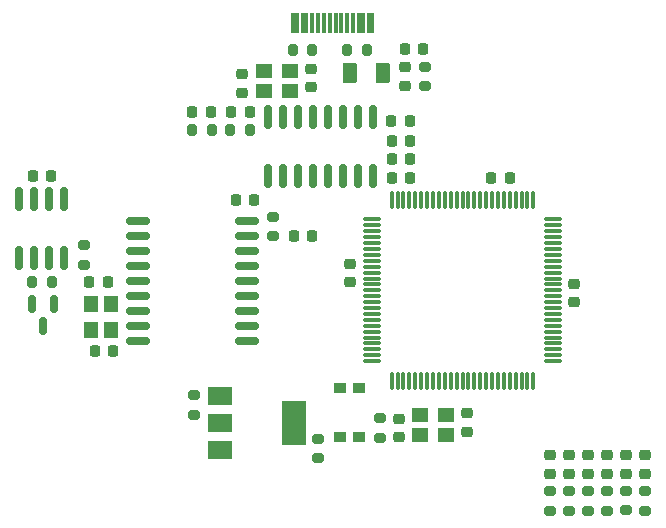
<source format=gbr>
%TF.GenerationSoftware,KiCad,Pcbnew,6.0.4-6f826c9f35~116~ubuntu20.04.1*%
%TF.CreationDate,2022-05-19T11:10:30+03:00*%
%TF.ProjectId,oskar_body_rev1,6f736b61-725f-4626-9f64-795f72657631,rev?*%
%TF.SameCoordinates,Original*%
%TF.FileFunction,Paste,Top*%
%TF.FilePolarity,Positive*%
%FSLAX46Y46*%
G04 Gerber Fmt 4.6, Leading zero omitted, Abs format (unit mm)*
G04 Created by KiCad (PCBNEW 6.0.4-6f826c9f35~116~ubuntu20.04.1) date 2022-05-19 11:10:30*
%MOMM*%
%LPD*%
G01*
G04 APERTURE LIST*
G04 Aperture macros list*
%AMRoundRect*
0 Rectangle with rounded corners*
0 $1 Rounding radius*
0 $2 $3 $4 $5 $6 $7 $8 $9 X,Y pos of 4 corners*
0 Add a 4 corners polygon primitive as box body*
4,1,4,$2,$3,$4,$5,$6,$7,$8,$9,$2,$3,0*
0 Add four circle primitives for the rounded corners*
1,1,$1+$1,$2,$3*
1,1,$1+$1,$4,$5*
1,1,$1+$1,$6,$7*
1,1,$1+$1,$8,$9*
0 Add four rect primitives between the rounded corners*
20,1,$1+$1,$2,$3,$4,$5,0*
20,1,$1+$1,$4,$5,$6,$7,0*
20,1,$1+$1,$6,$7,$8,$9,0*
20,1,$1+$1,$8,$9,$2,$3,0*%
G04 Aperture macros list end*
%ADD10RoundRect,0.225000X-0.225000X-0.250000X0.225000X-0.250000X0.225000X0.250000X-0.225000X0.250000X0*%
%ADD11RoundRect,0.200000X0.275000X-0.200000X0.275000X0.200000X-0.275000X0.200000X-0.275000X-0.200000X0*%
%ADD12R,2.000000X1.500000*%
%ADD13R,2.000000X3.800000*%
%ADD14RoundRect,0.200000X-0.275000X0.200000X-0.275000X-0.200000X0.275000X-0.200000X0.275000X0.200000X0*%
%ADD15RoundRect,0.218750X0.256250X-0.218750X0.256250X0.218750X-0.256250X0.218750X-0.256250X-0.218750X0*%
%ADD16R,1.000000X0.900000*%
%ADD17R,1.400000X1.200000*%
%ADD18RoundRect,0.150000X-0.150000X0.825000X-0.150000X-0.825000X0.150000X-0.825000X0.150000X0.825000X0*%
%ADD19RoundRect,0.200000X0.200000X0.275000X-0.200000X0.275000X-0.200000X-0.275000X0.200000X-0.275000X0*%
%ADD20RoundRect,0.200000X-0.200000X-0.275000X0.200000X-0.275000X0.200000X0.275000X-0.200000X0.275000X0*%
%ADD21RoundRect,0.250000X-0.375000X-0.625000X0.375000X-0.625000X0.375000X0.625000X-0.375000X0.625000X0*%
%ADD22RoundRect,0.218750X-0.218750X-0.256250X0.218750X-0.256250X0.218750X0.256250X-0.218750X0.256250X0*%
%ADD23RoundRect,0.225000X0.250000X-0.225000X0.250000X0.225000X-0.250000X0.225000X-0.250000X-0.225000X0*%
%ADD24R,1.200000X1.400000*%
%ADD25RoundRect,0.150000X-0.875000X-0.150000X0.875000X-0.150000X0.875000X0.150000X-0.875000X0.150000X0*%
%ADD26RoundRect,0.075000X-0.662500X-0.075000X0.662500X-0.075000X0.662500X0.075000X-0.662500X0.075000X0*%
%ADD27RoundRect,0.075000X-0.075000X-0.662500X0.075000X-0.662500X0.075000X0.662500X-0.075000X0.662500X0*%
%ADD28R,0.300000X1.750000*%
%ADD29RoundRect,0.150000X-0.150000X0.587500X-0.150000X-0.587500X0.150000X-0.587500X0.150000X0.587500X0*%
%ADD30RoundRect,0.225000X0.225000X0.250000X-0.225000X0.250000X-0.225000X-0.250000X0.225000X-0.250000X0*%
%ADD31RoundRect,0.225000X-0.250000X0.225000X-0.250000X-0.225000X0.250000X-0.225000X0.250000X0.225000X0*%
G04 APERTURE END LIST*
D10*
%TO.C,C15*%
X120891000Y-42418000D03*
X122441000Y-42418000D03*
%TD*%
%TO.C,C18*%
X119748000Y-50165000D03*
X121298000Y-50165000D03*
%TD*%
%TO.C,C17*%
X119748000Y-51689000D03*
X121298000Y-51689000D03*
%TD*%
%TO.C,C16*%
X119735000Y-48514000D03*
X121285000Y-48514000D03*
%TD*%
D11*
%TO.C,R13*%
X113538000Y-77025000D03*
X113538000Y-75375000D03*
%TD*%
%TO.C,R6*%
X102997000Y-73342000D03*
X102997000Y-71692000D03*
%TD*%
D12*
%TO.C,Q1*%
X105181000Y-71741000D03*
D13*
X111481000Y-74041000D03*
D12*
X105181000Y-74041000D03*
X105181000Y-76341000D03*
%TD*%
D14*
%TO.C,R5*%
X122605800Y-43879000D03*
X122605800Y-45529000D03*
%TD*%
D15*
%TO.C,D10*%
X120904000Y-45491500D03*
X120904000Y-43916500D03*
%TD*%
D16*
%TO.C,SW1*%
X115354200Y-75202000D03*
X115354200Y-71102000D03*
X116954200Y-71102000D03*
X116954200Y-75202000D03*
%TD*%
D17*
%TO.C,Y2*%
X108934600Y-45943003D03*
X111134600Y-45943003D03*
X111134600Y-44243003D03*
X108934600Y-44243003D03*
%TD*%
D18*
%TO.C,U5*%
X118188000Y-48155203D03*
X116918000Y-48155203D03*
X115648000Y-48155203D03*
X114378000Y-48155203D03*
X113108000Y-48155203D03*
X111838000Y-48155203D03*
X110568000Y-48155203D03*
X109298000Y-48155203D03*
X109298000Y-53105203D03*
X110568000Y-53105203D03*
X111838000Y-53105203D03*
X113108000Y-53105203D03*
X114378000Y-53105203D03*
X115648000Y-53105203D03*
X116918000Y-53105203D03*
X118188000Y-53105203D03*
%TD*%
D19*
%TO.C,R18*%
X107759000Y-49276000D03*
X106109000Y-49276000D03*
%TD*%
%TO.C,R17*%
X104520000Y-49276000D03*
X102870000Y-49276000D03*
%TD*%
%TO.C,R16*%
X117666800Y-42475234D03*
X116016800Y-42475234D03*
%TD*%
D20*
%TO.C,R15*%
X113018600Y-42500634D03*
X111368600Y-42500634D03*
%TD*%
D21*
%TO.C,F1*%
X119029200Y-44431034D03*
X116229200Y-44431034D03*
%TD*%
D22*
%TO.C,D9*%
X106172000Y-47752000D03*
X107747000Y-47752000D03*
%TD*%
%TO.C,D8*%
X102882000Y-47752000D03*
X104457000Y-47752000D03*
%TD*%
D23*
%TO.C,C14*%
X107113600Y-46071203D03*
X107113600Y-44521203D03*
%TD*%
%TO.C,C13*%
X112930200Y-45639403D03*
X112930200Y-44089403D03*
%TD*%
D17*
%TO.C,Y3*%
X122163100Y-75081800D03*
X124363100Y-75081800D03*
X124363100Y-73381800D03*
X122163100Y-73381800D03*
%TD*%
D24*
%TO.C,Y1*%
X94312000Y-63962600D03*
X94312000Y-66162600D03*
X96012000Y-66162600D03*
X96012000Y-63962600D03*
%TD*%
D18*
%TO.C,U3*%
X92049600Y-60070000D03*
X90779600Y-60070000D03*
X89509600Y-60070000D03*
X88239600Y-60070000D03*
X88239600Y-55120000D03*
X89509600Y-55120000D03*
X90779600Y-55120000D03*
X92049600Y-55120000D03*
%TD*%
D25*
%TO.C,U2*%
X98245400Y-56934600D03*
X98245400Y-58204600D03*
X98245400Y-59474600D03*
X98245400Y-60744600D03*
X98245400Y-62014600D03*
X98245400Y-63284600D03*
X98245400Y-64554600D03*
X98245400Y-65824600D03*
X98245400Y-67094600D03*
X107545400Y-67094600D03*
X107545400Y-65824600D03*
X107545400Y-64554600D03*
X107545400Y-63284600D03*
X107545400Y-62014600D03*
X107545400Y-60744600D03*
X107545400Y-59474600D03*
X107545400Y-58204600D03*
X107545400Y-56934600D03*
%TD*%
D26*
%TO.C,U1*%
X118092900Y-56814200D03*
X118092900Y-57314200D03*
X118092900Y-57814200D03*
X118092900Y-58314200D03*
X118092900Y-58814200D03*
X118092900Y-59314200D03*
X118092900Y-59814200D03*
X118092900Y-60314200D03*
X118092900Y-60814200D03*
X118092900Y-61314200D03*
X118092900Y-61814200D03*
X118092900Y-62314200D03*
X118092900Y-62814200D03*
X118092900Y-63314200D03*
X118092900Y-63814200D03*
X118092900Y-64314200D03*
X118092900Y-64814200D03*
X118092900Y-65314200D03*
X118092900Y-65814200D03*
X118092900Y-66314200D03*
X118092900Y-66814200D03*
X118092900Y-67314200D03*
X118092900Y-67814200D03*
X118092900Y-68314200D03*
X118092900Y-68814200D03*
D27*
X119755400Y-70476700D03*
X120255400Y-70476700D03*
X120755400Y-70476700D03*
X121255400Y-70476700D03*
X121755400Y-70476700D03*
X122255400Y-70476700D03*
X122755400Y-70476700D03*
X123255400Y-70476700D03*
X123755400Y-70476700D03*
X124255400Y-70476700D03*
X124755400Y-70476700D03*
X125255400Y-70476700D03*
X125755400Y-70476700D03*
X126255400Y-70476700D03*
X126755400Y-70476700D03*
X127255400Y-70476700D03*
X127755400Y-70476700D03*
X128255400Y-70476700D03*
X128755400Y-70476700D03*
X129255400Y-70476700D03*
X129755400Y-70476700D03*
X130255400Y-70476700D03*
X130755400Y-70476700D03*
X131255400Y-70476700D03*
X131755400Y-70476700D03*
D26*
X133417900Y-68814200D03*
X133417900Y-68314200D03*
X133417900Y-67814200D03*
X133417900Y-67314200D03*
X133417900Y-66814200D03*
X133417900Y-66314200D03*
X133417900Y-65814200D03*
X133417900Y-65314200D03*
X133417900Y-64814200D03*
X133417900Y-64314200D03*
X133417900Y-63814200D03*
X133417900Y-63314200D03*
X133417900Y-62814200D03*
X133417900Y-62314200D03*
X133417900Y-61814200D03*
X133417900Y-61314200D03*
X133417900Y-60814200D03*
X133417900Y-60314200D03*
X133417900Y-59814200D03*
X133417900Y-59314200D03*
X133417900Y-58814200D03*
X133417900Y-58314200D03*
X133417900Y-57814200D03*
X133417900Y-57314200D03*
X133417900Y-56814200D03*
D27*
X131755400Y-55151700D03*
X131255400Y-55151700D03*
X130755400Y-55151700D03*
X130255400Y-55151700D03*
X129755400Y-55151700D03*
X129255400Y-55151700D03*
X128755400Y-55151700D03*
X128255400Y-55151700D03*
X127755400Y-55151700D03*
X127255400Y-55151700D03*
X126755400Y-55151700D03*
X126255400Y-55151700D03*
X125755400Y-55151700D03*
X125255400Y-55151700D03*
X124755400Y-55151700D03*
X124255400Y-55151700D03*
X123755400Y-55151700D03*
X123255400Y-55151700D03*
X122755400Y-55151700D03*
X122255400Y-55151700D03*
X121755400Y-55151700D03*
X121255400Y-55151700D03*
X120755400Y-55151700D03*
X120255400Y-55151700D03*
X119755400Y-55151700D03*
%TD*%
D11*
%TO.C,R12*%
X141198600Y-79820000D03*
X141198600Y-81470000D03*
%TD*%
%TO.C,R11*%
X139606800Y-79803300D03*
X139606800Y-81453300D03*
%TD*%
%TO.C,R10*%
X138013800Y-79821900D03*
X138013800Y-81471900D03*
%TD*%
%TO.C,R9*%
X136383200Y-79821300D03*
X136383200Y-81471300D03*
%TD*%
%TO.C,R8*%
X134757000Y-79809200D03*
X134757000Y-81459200D03*
%TD*%
%TO.C,R7*%
X133172200Y-79820100D03*
X133172200Y-81470100D03*
%TD*%
D14*
%TO.C,R4*%
X109677200Y-56566800D03*
X109677200Y-58216800D03*
%TD*%
D19*
%TO.C,R3*%
X90969600Y-62141600D03*
X89319600Y-62141600D03*
%TD*%
D11*
%TO.C,R2*%
X93675200Y-58979800D03*
X93675200Y-60629800D03*
%TD*%
%TO.C,R1*%
X118795800Y-75297800D03*
X118795800Y-73647800D03*
%TD*%
D28*
%TO.C,J3*%
X111409000Y-40138834D03*
X111709000Y-40138834D03*
X112509000Y-40138834D03*
X112209000Y-40138834D03*
X117009000Y-40138834D03*
X117309000Y-40138834D03*
X117809000Y-40138834D03*
X118109000Y-40138834D03*
X115009000Y-40138834D03*
X116009000Y-40138834D03*
X116509000Y-40138834D03*
X115509000Y-40138834D03*
X113009000Y-40138834D03*
X113509000Y-40138834D03*
X114009000Y-40138834D03*
X114509000Y-40138834D03*
%TD*%
D15*
%TO.C,D7*%
X141198600Y-76784200D03*
X141198600Y-78359200D03*
%TD*%
%TO.C,D6*%
X139598400Y-76784200D03*
X139598400Y-78359200D03*
%TD*%
%TO.C,D5*%
X137998200Y-78359200D03*
X137998200Y-76784200D03*
%TD*%
%TO.C,D4*%
X136372600Y-76784200D03*
X136372600Y-78359200D03*
%TD*%
%TO.C,D3*%
X134772400Y-76784100D03*
X134772400Y-78359100D03*
%TD*%
%TO.C,D2*%
X133172200Y-78359200D03*
X133172200Y-76784200D03*
%TD*%
D29*
%TO.C,D1*%
X91170800Y-63947300D03*
X89270800Y-63947300D03*
X90220800Y-65822300D03*
%TD*%
D10*
%TO.C,C11*%
X89395000Y-53099200D03*
X90945000Y-53099200D03*
%TD*%
D30*
%TO.C,C10*%
X108115400Y-55182000D03*
X106565400Y-55182000D03*
%TD*%
%TO.C,C9*%
X96165600Y-67958200D03*
X94615600Y-67958200D03*
%TD*%
%TO.C,C8*%
X95721400Y-62141600D03*
X94171400Y-62141600D03*
%TD*%
%TO.C,C7*%
X129756200Y-53340000D03*
X128206200Y-53340000D03*
%TD*%
D10*
%TO.C,C6*%
X119773400Y-53314600D03*
X121323400Y-53314600D03*
%TD*%
D30*
%TO.C,C5*%
X113017600Y-58191400D03*
X111467600Y-58191400D03*
%TD*%
D23*
%TO.C,C4*%
X120354900Y-75235400D03*
X120354900Y-73685400D03*
%TD*%
%TO.C,C3*%
X126171500Y-74792200D03*
X126171500Y-73242200D03*
%TD*%
%TO.C,C2*%
X135204200Y-63817800D03*
X135204200Y-62267800D03*
%TD*%
D31*
%TO.C,C1*%
X116255800Y-62116000D03*
X116255800Y-60566000D03*
%TD*%
M02*

</source>
